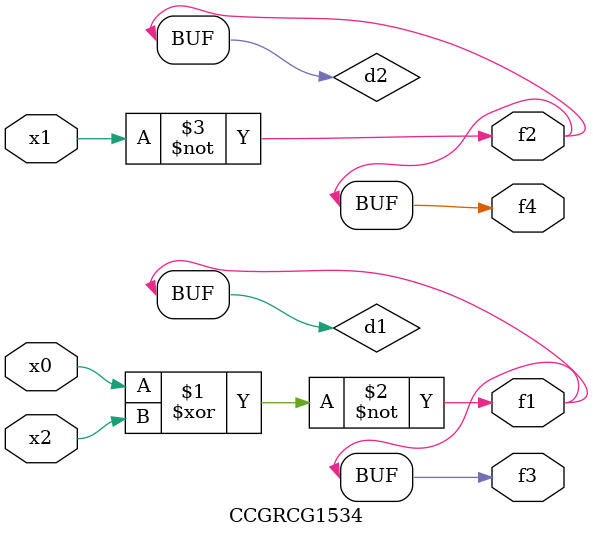
<source format=v>
module CCGRCG1534(
	input x0, x1, x2,
	output f1, f2, f3, f4
);

	wire d1, d2, d3;

	xnor (d1, x0, x2);
	nand (d2, x1);
	nor (d3, x1, x2);
	assign f1 = d1;
	assign f2 = d2;
	assign f3 = d1;
	assign f4 = d2;
endmodule

</source>
